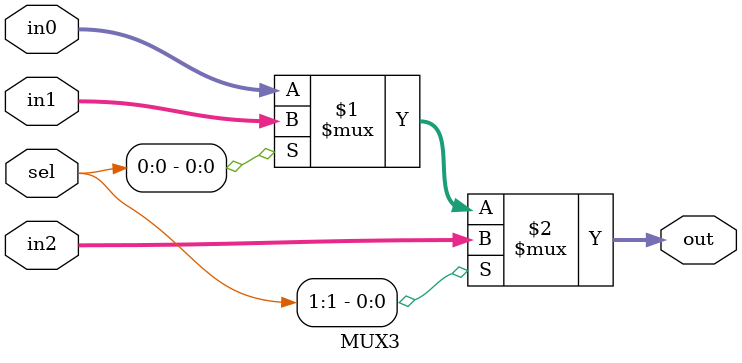
<source format=v>
module MUX3(in0,in1,in2,sel,out);
  parameter len = 8;

  input [len-1:0] in0 , in1 ,in2; 
  input [1:0] sel;
  output [len-1:0] out; 
  
  assign out = sel[1] ? in2 : sel[0] ? in1 : in0;

endmodule
</source>
